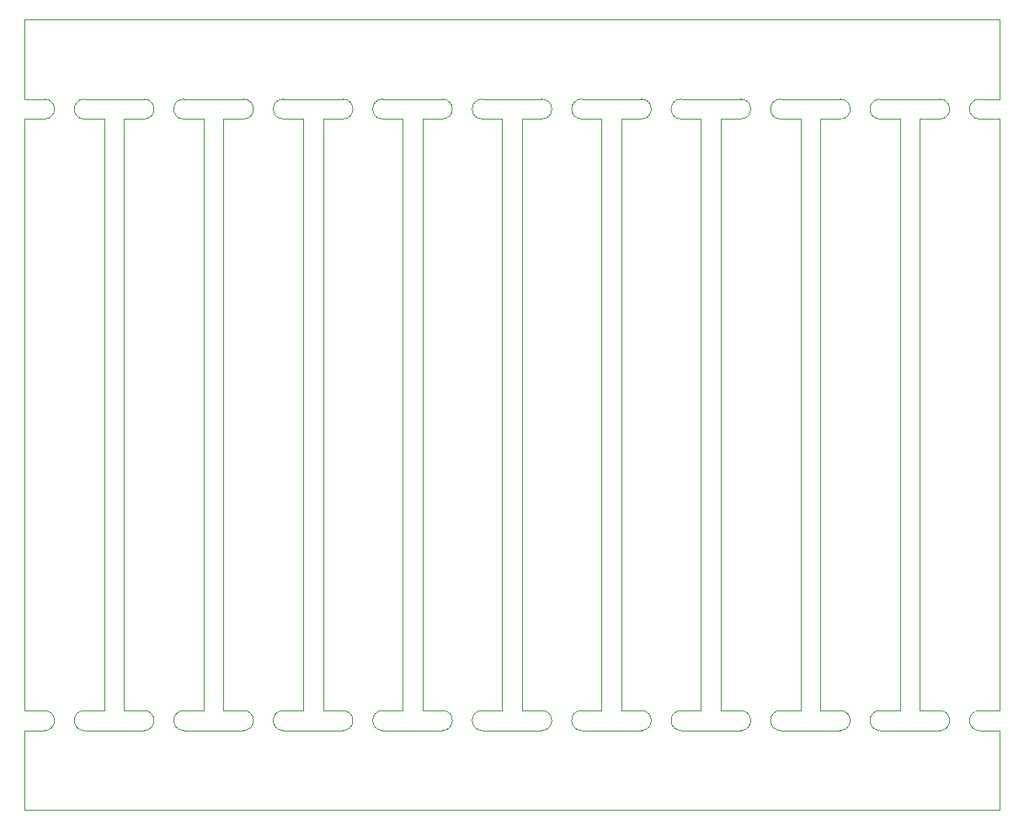
<source format=gm1>
G04 #@! TF.GenerationSoftware,KiCad,Pcbnew,(5.1.12)-1*
G04 #@! TF.CreationDate,2021-12-02T19:00:41+01:00*
G04 #@! TF.ProjectId,DIY Mic Electronic Panelized,44495920-4d69-4632-9045-6c656374726f,rev?*
G04 #@! TF.SameCoordinates,Original*
G04 #@! TF.FileFunction,Profile,NP*
%FSLAX46Y46*%
G04 Gerber Fmt 4.6, Leading zero omitted, Abs format (unit mm)*
G04 Created by KiCad (PCBNEW (5.1.12)-1) date 2021-12-02 19:00:41*
%MOMM*%
%LPD*%
G01*
G04 APERTURE LIST*
G04 #@! TA.AperFunction,Profile*
%ADD10C,0.050000*%
G04 #@! TD*
G04 APERTURE END LIST*
D10*
X179000000Y-128500000D02*
X173000000Y-128500000D01*
X189000000Y-128500000D02*
X183000000Y-128500000D01*
X163000000Y-128500000D02*
X169000000Y-128500000D01*
X153000000Y-128500000D02*
X159000000Y-128500000D01*
X143000000Y-128500000D02*
X149000000Y-128500000D01*
X133000000Y-128500000D02*
X139000000Y-128500000D01*
X123000000Y-128500000D02*
X129000000Y-128500000D01*
X113000000Y-128500000D02*
X119000000Y-128500000D01*
X103000000Y-128500000D02*
X109000000Y-128500000D01*
X97000000Y-128500000D02*
X99000000Y-128500000D01*
X97000000Y-136500000D02*
X97000000Y-128500000D01*
X195000000Y-136500000D02*
X97000000Y-136500000D01*
X195000000Y-128500000D02*
X195000000Y-136500000D01*
X193000000Y-128500000D02*
X195000000Y-128500000D01*
X109000000Y-65000000D02*
X103000000Y-65000000D01*
X119000000Y-65000000D02*
X113000000Y-65000000D01*
X129000000Y-65000000D02*
X123000000Y-65000000D01*
X139000000Y-65000000D02*
X133000000Y-65000000D01*
X149000000Y-65000000D02*
X143000000Y-65000000D01*
X159000000Y-65000000D02*
X153000000Y-65000000D01*
X169000000Y-65000000D02*
X163000000Y-65000000D01*
X179000000Y-65000000D02*
X173000000Y-65000000D01*
X189000000Y-65000000D02*
X183000000Y-65000000D01*
X195000000Y-65000000D02*
X193000000Y-65000000D01*
X195000000Y-57000000D02*
X195000000Y-65000000D01*
X97000000Y-57000000D02*
X195000000Y-57000000D01*
X97000000Y-65000000D02*
X97000000Y-57000000D01*
X99000000Y-65000000D02*
X97000000Y-65000000D01*
X189000000Y-67000000D02*
X187000000Y-67000000D01*
X179000000Y-67000000D02*
X177000000Y-67000000D01*
X169000000Y-67000000D02*
X167000000Y-67000000D01*
X159000000Y-67000000D02*
X157000000Y-67000000D01*
X149000000Y-67000000D02*
X147000000Y-67000000D01*
X139000000Y-67000000D02*
X137000000Y-67000000D01*
X129000000Y-67000000D02*
X127000000Y-67000000D01*
X119000000Y-67000000D02*
X117000000Y-67000000D01*
X109000000Y-67000000D02*
X107000000Y-67000000D01*
X193000000Y-67000000D02*
G75*
G02*
X193000000Y-65000000I0J1000000D01*
G01*
X183000000Y-67000000D02*
G75*
G02*
X183000000Y-65000000I0J1000000D01*
G01*
X173000000Y-67000000D02*
G75*
G02*
X173000000Y-65000000I0J1000000D01*
G01*
X163000000Y-67000000D02*
G75*
G02*
X163000000Y-65000000I0J1000000D01*
G01*
X153000000Y-67000000D02*
G75*
G02*
X153000000Y-65000000I0J1000000D01*
G01*
X143000000Y-67000000D02*
G75*
G02*
X143000000Y-65000000I0J1000000D01*
G01*
X133000000Y-67000000D02*
G75*
G02*
X133000000Y-65000000I0J1000000D01*
G01*
X123000000Y-67000000D02*
G75*
G02*
X123000000Y-65000000I0J1000000D01*
G01*
X113000000Y-67000000D02*
G75*
G02*
X113000000Y-65000000I0J1000000D01*
G01*
X189000000Y-126500000D02*
G75*
G02*
X189000000Y-128500000I0J-1000000D01*
G01*
X179000000Y-126500000D02*
G75*
G02*
X179000000Y-128500000I0J-1000000D01*
G01*
X169000000Y-126500000D02*
G75*
G02*
X169000000Y-128500000I0J-1000000D01*
G01*
X159000000Y-126500000D02*
G75*
G02*
X159000000Y-128500000I0J-1000000D01*
G01*
X149000000Y-126500000D02*
G75*
G02*
X149000000Y-128500000I0J-1000000D01*
G01*
X139000000Y-126500000D02*
G75*
G02*
X139000000Y-128500000I0J-1000000D01*
G01*
X129000000Y-126500000D02*
G75*
G02*
X129000000Y-128500000I0J-1000000D01*
G01*
X119000000Y-126500000D02*
G75*
G02*
X119000000Y-128500000I0J-1000000D01*
G01*
X109000000Y-126500000D02*
G75*
G02*
X109000000Y-128500000I0J-1000000D01*
G01*
X193000000Y-128500000D02*
G75*
G02*
X193000000Y-126500000I0J1000000D01*
G01*
X183000000Y-128500000D02*
G75*
G02*
X183000000Y-126500000I0J1000000D01*
G01*
X173000000Y-128500000D02*
G75*
G02*
X173000000Y-126500000I0J1000000D01*
G01*
X163000000Y-128500000D02*
G75*
G02*
X163000000Y-126500000I0J1000000D01*
G01*
X153000000Y-128500000D02*
G75*
G02*
X153000000Y-126500000I0J1000000D01*
G01*
X143000000Y-128500000D02*
G75*
G02*
X143000000Y-126500000I0J1000000D01*
G01*
X133000000Y-128500000D02*
G75*
G02*
X133000000Y-126500000I0J1000000D01*
G01*
X123000000Y-128500000D02*
G75*
G02*
X123000000Y-126500000I0J1000000D01*
G01*
X113000000Y-128500000D02*
G75*
G02*
X113000000Y-126500000I0J1000000D01*
G01*
X195000000Y-67000000D02*
X193000000Y-67000000D01*
X185000000Y-67000000D02*
X183000000Y-67000000D01*
X175000000Y-67000000D02*
X173000000Y-67000000D01*
X165000000Y-67000000D02*
X163000000Y-67000000D01*
X155000000Y-67000000D02*
X153000000Y-67000000D01*
X145000000Y-67000000D02*
X143000000Y-67000000D01*
X135000000Y-67000000D02*
X133000000Y-67000000D01*
X125000000Y-67000000D02*
X123000000Y-67000000D01*
X115000000Y-67000000D02*
X113000000Y-67000000D01*
X189000000Y-65000000D02*
G75*
G02*
X189000000Y-67000000I0J-1000000D01*
G01*
X179000000Y-65000000D02*
G75*
G02*
X179000000Y-67000000I0J-1000000D01*
G01*
X169000000Y-65000000D02*
G75*
G02*
X169000000Y-67000000I0J-1000000D01*
G01*
X159000000Y-65000000D02*
G75*
G02*
X159000000Y-67000000I0J-1000000D01*
G01*
X149000000Y-65000000D02*
G75*
G02*
X149000000Y-67000000I0J-1000000D01*
G01*
X139000000Y-65000000D02*
G75*
G02*
X139000000Y-67000000I0J-1000000D01*
G01*
X129000000Y-65000000D02*
G75*
G02*
X129000000Y-67000000I0J-1000000D01*
G01*
X119000000Y-65000000D02*
G75*
G02*
X119000000Y-67000000I0J-1000000D01*
G01*
X109000000Y-65000000D02*
G75*
G02*
X109000000Y-67000000I0J-1000000D01*
G01*
X189000000Y-126500000D02*
X187000000Y-126500000D01*
X179000000Y-126500000D02*
X177000000Y-126500000D01*
X169000000Y-126500000D02*
X167000000Y-126500000D01*
X159000000Y-126500000D02*
X157000000Y-126500000D01*
X149000000Y-126500000D02*
X147000000Y-126500000D01*
X139000000Y-126500000D02*
X137000000Y-126500000D01*
X129000000Y-126500000D02*
X127000000Y-126500000D01*
X119000000Y-126500000D02*
X117000000Y-126500000D01*
X109000000Y-126500000D02*
X107000000Y-126500000D01*
X195000000Y-126500000D02*
X193000000Y-126500000D01*
X185000000Y-126500000D02*
X183000000Y-126500000D01*
X175000000Y-126500000D02*
X173000000Y-126500000D01*
X165000000Y-126500000D02*
X163000000Y-126500000D01*
X155000000Y-126500000D02*
X153000000Y-126500000D01*
X145000000Y-126500000D02*
X143000000Y-126500000D01*
X135000000Y-126500000D02*
X133000000Y-126500000D01*
X125000000Y-126500000D02*
X123000000Y-126500000D01*
X115000000Y-126500000D02*
X113000000Y-126500000D01*
X187000000Y-126500000D02*
X187000000Y-67000000D01*
X177000000Y-126500000D02*
X177000000Y-67000000D01*
X167000000Y-126500000D02*
X167000000Y-67000000D01*
X157000000Y-126500000D02*
X157000000Y-67000000D01*
X147000000Y-126500000D02*
X147000000Y-67000000D01*
X137000000Y-126500000D02*
X137000000Y-67000000D01*
X127000000Y-126500000D02*
X127000000Y-67000000D01*
X117000000Y-126500000D02*
X117000000Y-67000000D01*
X107000000Y-126500000D02*
X107000000Y-67000000D01*
X195000000Y-126500000D02*
X195000000Y-67000000D01*
X185000000Y-126500000D02*
X185000000Y-67000000D01*
X175000000Y-126500000D02*
X175000000Y-67000000D01*
X165000000Y-126500000D02*
X165000000Y-67000000D01*
X155000000Y-126500000D02*
X155000000Y-67000000D01*
X145000000Y-126500000D02*
X145000000Y-67000000D01*
X135000000Y-126500000D02*
X135000000Y-67000000D01*
X125000000Y-126500000D02*
X125000000Y-67000000D01*
X115000000Y-126500000D02*
X115000000Y-67000000D01*
X99000000Y-67000000D02*
X97000000Y-67000000D01*
X105000000Y-67000000D02*
X103000000Y-67000000D01*
X103000000Y-67000000D02*
G75*
G02*
X103000000Y-65000000I0J1000000D01*
G01*
X99000000Y-65000000D02*
G75*
G02*
X99000000Y-67000000I0J-1000000D01*
G01*
X99000000Y-126500000D02*
G75*
G02*
X99000000Y-128500000I0J-1000000D01*
G01*
X103000000Y-128500000D02*
G75*
G02*
X103000000Y-126500000I0J1000000D01*
G01*
X99000000Y-126500000D02*
X97000000Y-126500000D01*
X105000000Y-126500000D02*
X103000000Y-126500000D01*
X105000000Y-126500000D02*
X105000000Y-67000000D01*
X97000000Y-126500000D02*
X97000000Y-67000000D01*
M02*

</source>
